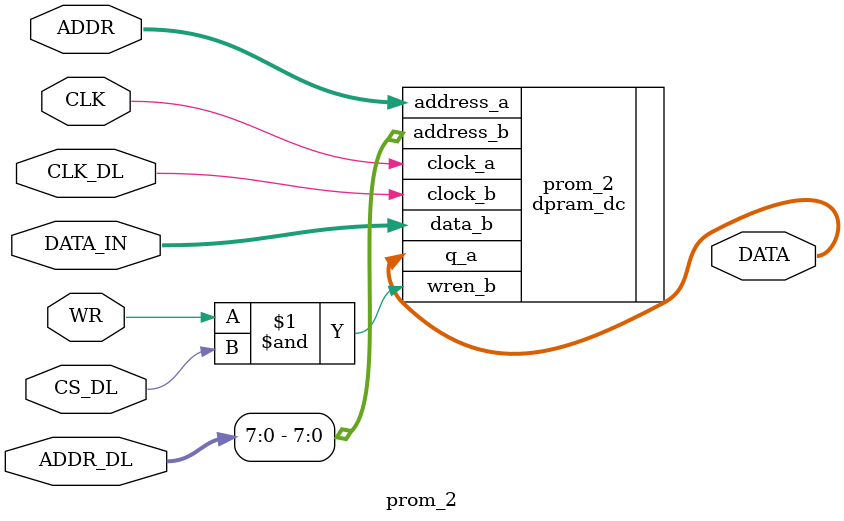
<source format=sv>


module selector
(
	input logic [24:0] ioctl_addr,
	output logic ep1_cs, ep2_cs, ep3_cs, mask1_cs, mask2_cs, mask3_cs, mask4_cs, prom1_cs, prom2_cs
);

	always_comb begin
		{ep1_cs, ep2_cs, ep3_cs, mask1_cs, mask2_cs, mask3_cs, mask4_cs, prom1_cs, prom2_cs} = 0;
		if(ioctl_addr < 'h10000)
			ep1_cs = 1; // 0x10000 16
		else if(ioctl_addr < 'h18000)
			ep2_cs = 1; // 0x4000 14
		else if(ioctl_addr < 'h20000)
			ep3_cs = 1; // 0x8000 15
		else if(ioctl_addr < 'h40000)
			mask1_cs = 1; // 0x20000 17
		else if(ioctl_addr < 'h60000)
			mask2_cs = 1; // 0x20000 17
		else if(ioctl_addr < 'h80000)
			mask3_cs = 1; // 0x20000 17
		else if(ioctl_addr < 'hA0000)
			mask4_cs = 1; // 0x20000 17
		else if(ioctl_addr < 'hA0100)
			prom1_cs = 1; // 0x100  8
		else
			prom2_cs = 1; // 0x100  8
	end
endmodule

////////////
// EPROMS //
////////////

module eprom_1
(
	input logic        CLK,
	input logic        CLK_DL,
	input logic [15:0] ADDR,
	input logic [24:0] ADDR_DL,
	input logic [7:0]  DATA_IN,
	input logic        CS_DL,
	input logic        WR,
	output logic [7:0] DATA
);
	dpram_dc #(.widthad_a(16)) eprom_1
	(
		.clock_a(CLK),
		.address_a(ADDR[15:0]),
		.q_a(DATA[7:0]),

		.clock_b(CLK_DL),
		.address_b(ADDR_DL[15:0]),
		.data_b(DATA_IN),
		.wren_b(WR & CS_DL)
	);
endmodule

module eprom_2
(
	input logic        CLK,
	input logic        CLK_DL,
	input logic [13:0] ADDR,
	input logic [24:0] ADDR_DL,
	input logic [7:0]  DATA_IN,
	input logic        CS_DL,
	input logic        WR,
	output logic [7:0] DATA
);
	dpram_dc #(.widthad_a(14)) eprom_2
	(
		.clock_a(CLK),
		.address_a(ADDR[13:0]),
		.q_a(DATA[7:0]),

		.clock_b(CLK_DL),
		.address_b(ADDR_DL[13:0]),
		.data_b(DATA_IN),
		.wren_b(WR & CS_DL)
	);
endmodule

module eprom_3
(
	input logic        CLK,
	input logic        CLK_DL,
	input logic [14:0] ADDR,
	input logic [24:0] ADDR_DL,
	input logic [7:0]  DATA_IN,
	input logic        CS_DL,
	input logic        WR,
	output logic [7:0] DATA
);
	dpram_dc #(.widthad_a(15)) eprom_3
	(
		.clock_a(CLK),
		.address_a(ADDR[14:0]),
		.q_a(DATA[7:0]),

		.clock_b(CLK_DL),
		.address_b(ADDR_DL[14:0]),
		.data_b(DATA_IN),
		.wren_b(WR & CS_DL)
	);
endmodule

///////////////
// MASK ROMS //
///////////////

module maskrom_1
(
	input logic        CLK,
	input logic        CLK_DL,
	input logic [15:0] ADDR,
	input logic [24:0] ADDR_DL,
	input logic [7:0]  DATA_IN,
	input logic        CS_DL,
	input logic        WR,
	output logic [7:0] DATA
);
	dpram_dc #(.widthad_a(16)) maskrom_1
	(
		.clock_a(CLK),
		.address_a(ADDR[15:0]),
		.q_a(DATA[7:0]),

		.clock_b(CLK_DL),
		.address_b(ADDR_DL[15:0]),
		.data_b(DATA_IN),
		.wren_b(WR & CS_DL)
	);
endmodule

module maskrom_2
(
	input logic        CLK,
	input logic        CLK_DL,
	input logic [15:0] ADDR,
	input logic [24:0] ADDR_DL,
	input logic [7:0]  DATA_IN,
	input logic        CS_DL,
	input logic        WR,
	output logic [7:0] DATA
);
	dpram_dc #(.widthad_a(16)) maskrom_2
	(
		.clock_a(CLK),
		.address_a(ADDR[15:0]),
		.q_a(DATA[7:0]),

		.clock_b(CLK_DL),
		.address_b(ADDR_DL[15:0]),
		.data_b(DATA_IN),
		.wren_b(WR & CS_DL)
	);
endmodule

module maskrom_3
(
	input logic        CLK,
	input logic        CLK_DL,
	input logic [15:0] ADDR,
	input logic [24:0] ADDR_DL,
	input logic [7:0]  DATA_IN,
	input logic        CS_DL,
	input logic        WR,
	output logic [7:0] DATA
);
	dpram_dc #(.widthad_a(16)) maskrom_3
	(
		.clock_a(CLK),
		.address_a(ADDR[15:0]),
		.q_a(DATA[7:0]),

		.clock_b(CLK_DL),
		.address_b(ADDR_DL[15:0]),
		.data_b(DATA_IN),
		.wren_b(WR & CS_DL)
	);
endmodule

module maskrom_4
(
	input logic        CLK,
	input logic        CLK_DL,
	input logic [15:0] ADDR,
	input logic [24:0] ADDR_DL,
	input logic [7:0]  DATA_IN,
	input logic        CS_DL,
	input logic        WR,
	output logic [7:0] DATA
);
	dpram_dc #(.widthad_a(16)) maskrom_4
	(
		.clock_a(CLK),
		.address_a(ADDR[15:0]),
		.q_a(DATA[7:0]),

		.clock_b(CLK_DL),
		.address_b(ADDR_DL[15:0]),
		.data_b(DATA_IN),
		.wren_b(WR & CS_DL)
	);
endmodule

///////////
// PROMS //
///////////

module prom_1
(
	input logic        CLK,
	input logic        CLK_DL,
	input logic [7:0]  ADDR,
	input logic [24:0] ADDR_DL,
	input logic [3:0]  DATA_IN,
	input logic        CS_DL,
	input logic        WR,
	output logic [3:0] DATA
);
	dpram_dc #(.widthad_a(8)) prom_1
	(
		.clock_a(CLK),
		.address_a(ADDR),
		.q_a(DATA[3:0]),

		.clock_b(CLK_DL),
		.address_b(ADDR_DL[7:0]),
		.data_b(DATA_IN),
		.wren_b(WR & CS_DL)
	);
endmodule

module prom_2
(
	input logic        CLK,
	input logic        CLK_DL,
	input logic [7:0]  ADDR,
	input logic [24:0] ADDR_DL,
	input logic [3:0]  DATA_IN,
	input logic        CS_DL,
	input logic        WR,
	output logic [3:0] DATA
);
	dpram_dc #(.widthad_a(8)) prom_2
	(
		.clock_a(CLK),
		.address_a(ADDR),
		.q_a(DATA[3:0]),

		.clock_b(CLK_DL),
		.address_b(ADDR_DL[7:0]),
		.data_b(DATA_IN),
		.wren_b(WR & CS_DL)
	);
endmodule

</source>
